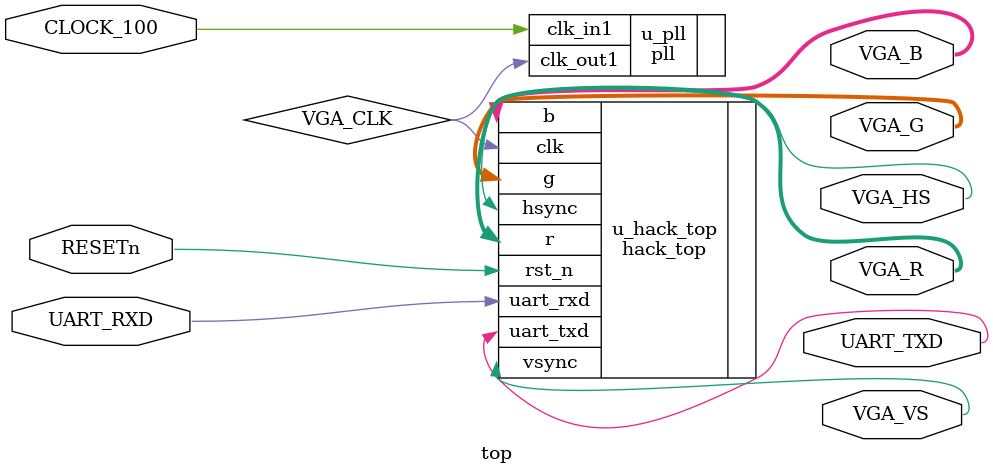
<source format=sv>

module top
(
    input         CLOCK_100,    // 100 MHz

    input         RESETn,

    input         UART_RXD,
    output        UART_TXD,

    // VGA
    output        VGA_HS,       // VGA H_SYNC
    output        VGA_VS,       // VGA V_SYNC
    output [3:0]  VGA_R,        // VGA Red[9:0]
    output [3:0]  VGA_G,        // VGA Green[9:0]
    output [3:0]  VGA_B         // VGA Blue[9:0]
);

logic VGA_CLK;

pll
u_pll (
    .clk_in1(CLOCK_100),
    .clk_out1(VGA_CLK)
);

hack_top
    #(.RGB_WIDTH(4))
u_hack_top
(
    .clk        (VGA_CLK),
    .rst_n      (RESETn),     // default is high
    .r          (VGA_R),
    .g          (VGA_G),
    .b          (VGA_B),
    .hsync      (VGA_HS),
    .vsync      (VGA_VS),
    .uart_txd   (UART_TXD),
    .uart_rxd   (UART_RXD)
);

endmodule

</source>
